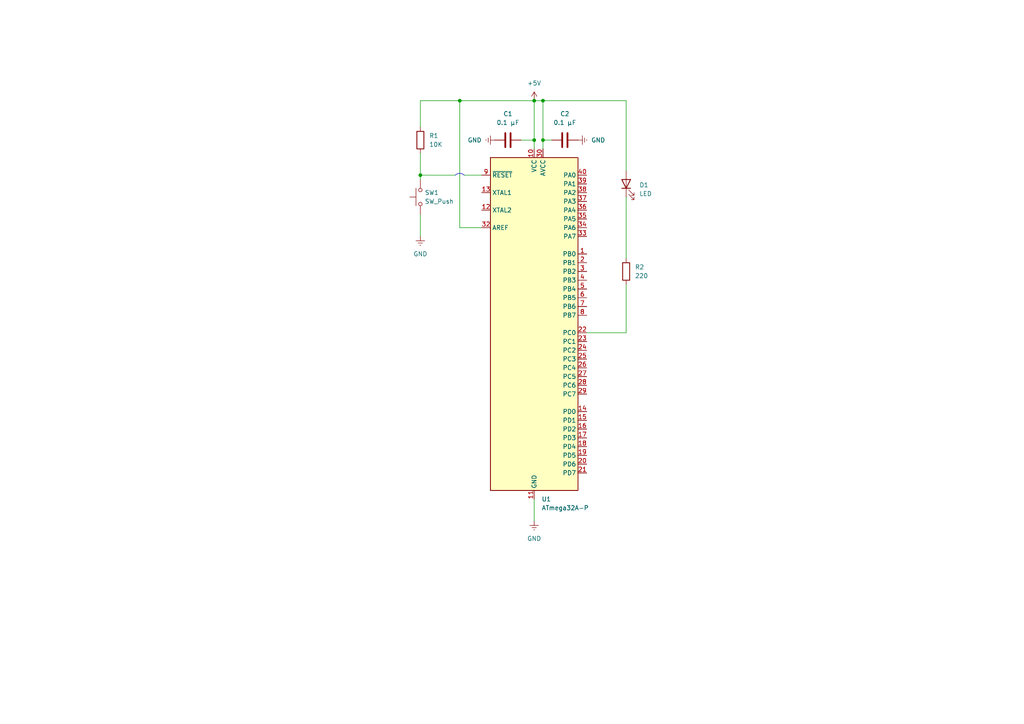
<source format=kicad_sch>
(kicad_sch (version 20250114) (generator "eeschema") (generator_version "9.0")
  (paper "A4")
  (title_block (title "Blink") (comment 1 "A single LED at PC0 which can blink programmatically."))
  (lib_symbols
    (symbol "Device:C" (pin_numbers (hide yes)) (pin_names (offset 0.254))
      (property "Reference" "C" (at 0.635 2.54 0))
      (property "Value" "C" (at 0.635 -2.54 0))
      (symbol "C_0_1"
        (polyline (pts (xy -2.032 0.762) (xy 2.032 0.762)) (stroke (width 0.508)))
        (polyline (pts (xy -2.032 -0.762) (xy 2.032 -0.762)) (stroke (width 0.508)))
      )
      (symbol "C_1_1"
        (pin passive line (at 0 3.81 270) (length 2.794) (name "~") (number "1"))
        (pin passive line (at 0 -3.81 90) (length 2.794) (name "~") (number "2"))
      )
    )
    (symbol "Device:LED" (pin_numbers (hide yes)) (pin_names (offset 1.016) (hide yes))
      (property "Reference" "D" (at 0 2.54 0))
      (property "Value" "LED" (at 0 -2.54 0))
      (symbol "LED_0_1"
        (polyline (pts (xy -3.048 -0.762) (xy -4.572 -2.286) (xy -3.81 -2.286) (xy -4.572 -2.286) (xy -4.572 -1.524)))
        (polyline (pts (xy -1.778 -0.762) (xy -3.302 -2.286) (xy -2.54 -2.286) (xy -3.302 -2.286) (xy -3.302 -1.524)))
        (polyline (pts (xy -1.27 0) (xy 1.27 0)))
        (polyline (pts (xy -1.27 -1.27) (xy -1.27 1.27)) (stroke (width 0.254)))
        (polyline (pts (xy 1.27 -1.27) (xy 1.27 1.27) (xy -1.27 0) (xy 1.27 -1.27)) (stroke (width 0.254)))
      )
      (symbol "LED_1_1"
        (pin passive line (at -3.81 0 0) (length 2.54) (name "K") (number "1"))
        (pin passive line (at 3.81 0 180) (length 2.54) (name "A") (number "2"))
      )
    )
    (symbol "Device:R" (pin_numbers (hide yes)) (pin_names (offset 0))
      (property "Reference" "R" (at 2.032 0 90))
      (property "Value" "R" (at 0 0 90))
      (symbol "R_0_1"
        (rectangle (start -1.016 -2.54) (end 1.016 2.54) (stroke (width 0.254)))
      )
      (symbol "R_1_1"
        (pin passive line (at 0 3.81 270) (length 1.27) (name "~") (number "1"))
        (pin passive line (at 0 -3.81 90) (length 1.27) (name "~") (number "2"))
      )
    )
    (symbol "MCU_Microchip_ATmega:ATmega32A-P"
      (property "Reference" "U" (at -12.7 49.53 0))
      (property "Value" "ATmega32A-P" (at 2.54 -49.53 0))
      (symbol "ATmega32A-P_0_1"
        (rectangle (start -12.7 -48.26) (end 12.7 48.26) (stroke (width 0.254)) (fill (type background)))
      )
      (symbol "ATmega32A-P_1_1"
        (pin input line (at -15.24 43.18 0) (length 2.54) (name "~{RESET}") (number "9"))
        (pin input line (at -15.24 38.1 0) (length 2.54) (name "XTAL1") (number "13"))
        (pin output line (at -15.24 33.02 0) (length 2.54) (name "XTAL2") (number "12"))
        (pin passive line (at -15.24 27.94 0) (length 2.54) (name "AREF") (number "32"))
        (pin power_in line (at 0 50.8 270) (length 2.54) (name "VCC") (number "10"))
        (pin power_in line (at 0 -50.8 90) (length 2.54) (name "GND") (number "11"))
        (pin passive line (at 0 -50.8 90) (length 2.54) (hide yes) (name "GND") (number "31"))
        (pin power_in line (at 2.54 50.8 270) (length 2.54) (name "AVCC") (number "30"))
        (pin bidirectional line (at 15.24 43.18 180) (length 2.54) (name "PA0") (number "40"))
        (pin bidirectional line (at 15.24 40.64 180) (length 2.54) (name "PA1") (number "39"))
        (pin bidirectional line (at 15.24 38.1 180) (length 2.54) (name "PA2") (number "38"))
        (pin bidirectional line (at 15.24 35.56 180) (length 2.54) (name "PA3") (number "37"))
        (pin bidirectional line (at 15.24 33.02 180) (length 2.54) (name "PA4") (number "36"))
        (pin bidirectional line (at 15.24 30.48 180) (length 2.54) (name "PA5") (number "35"))
        (pin bidirectional line (at 15.24 27.94 180) (length 2.54) (name "PA6") (number "34"))
        (pin bidirectional line (at 15.24 25.4 180) (length 2.54) (name "PA7") (number "33"))
        (pin bidirectional line (at 15.24 20.32 180) (length 2.54) (name "PB0") (number "1"))
        (pin bidirectional line (at 15.24 17.78 180) (length 2.54) (name "PB1") (number "2"))
        (pin bidirectional line (at 15.24 15.24 180) (length 2.54) (name "PB2") (number "3"))
        (pin bidirectional line (at 15.24 12.7 180) (length 2.54) (name "PB3") (number "4"))
        (pin bidirectional line (at 15.24 10.16 180) (length 2.54) (name "PB4") (number "5"))
        (pin bidirectional line (at 15.24 7.62 180) (length 2.54) (name "PB5") (number "6"))
        (pin bidirectional line (at 15.24 5.08 180) (length 2.54) (name "PB6") (number "7"))
        (pin bidirectional line (at 15.24 2.54 180) (length 2.54) (name "PB7") (number "8"))
        (pin bidirectional line (at 15.24 -2.54 180) (length 2.54) (name "PC0") (number "22"))
        (pin bidirectional line (at 15.24 -5.08 180) (length 2.54) (name "PC1") (number "23"))
        (pin bidirectional line (at 15.24 -7.62 180) (length 2.54) (name "PC2") (number "24"))
        (pin bidirectional line (at 15.24 -10.16 180) (length 2.54) (name "PC3") (number "25"))
        (pin bidirectional line (at 15.24 -12.7 180) (length 2.54) (name "PC4") (number "26"))
        (pin bidirectional line (at 15.24 -15.24 180) (length 2.54) (name "PC5") (number "27"))
        (pin bidirectional line (at 15.24 -17.78 180) (length 2.54) (name "PC6") (number "28"))
        (pin bidirectional line (at 15.24 -20.32 180) (length 2.54) (name "PC7") (number "29"))
        (pin bidirectional line (at 15.24 -25.4 180) (length 2.54) (name "PD0") (number "14"))
        (pin bidirectional line (at 15.24 -27.94 180) (length 2.54) (name "PD1") (number "15"))
        (pin bidirectional line (at 15.24 -30.48 180) (length 2.54) (name "PD2") (number "16"))
        (pin bidirectional line (at 15.24 -33.02 180) (length 2.54) (name "PD3") (number "17"))
        (pin bidirectional line (at 15.24 -35.56 180) (length 2.54) (name "PD4") (number "18"))
        (pin bidirectional line (at 15.24 -38.1 180) (length 2.54) (name "PD5") (number "19"))
        (pin bidirectional line (at 15.24 -40.64 180) (length 2.54) (name "PD6") (number "20"))
        (pin bidirectional line (at 15.24 -43.18 180) (length 2.54) (name "PD7") (number "21"))
      )
    )
    (symbol "Switch:SW_Push" (pin_numbers (hide yes)) (pin_names (offset 1.016) (hide yes))
      (property "Reference" "SW" (at 1.27 2.54 0))
      (property "Value" "SW_Push" (at 0 -1.524 0))
      (symbol "SW_Push_0_1"
        (circle (center -2.032 0) (radius 0.508))
        (polyline (pts (xy 0 1.27) (xy 0 3.048)))
        (circle (center 2.032 0) (radius 0.508))
        (polyline (pts (xy 2.54 1.27) (xy -2.54 1.27)))
        (pin passive line (at -5.08 0 0) (length 2.54) (name "1") (number "1"))
        (pin passive line (at 5.08 0 180) (length 2.54) (name "2") (number "2"))
      )
    )
    (symbol "power:+5V" (power) (pin_numbers (hide yes)) (pin_names (offset 0) (hide yes))
      (property "Value" "+5V" (at 0 3.556 0))
      (symbol "+5V_0_1"
        (polyline (pts (xy -0.762 1.27) (xy 0 2.54)))
        (polyline (pts (xy 0 2.54) (xy 0.762 1.27)))
        (polyline (pts (xy 0 0) (xy 0 2.54)))
      )
      (symbol "+5V_1_1"
        (pin power_in line (at 0 0 90) (length 0) (name "~") (number "1"))
      )
    )
    (symbol "power:GNDREF" (power) (pin_numbers (hide yes)) (pin_names (offset 0) (hide yes))
      (property "Value" "GNDREF" (at 0 -3.81 0))
      (symbol "GNDREF_0_1"
        (polyline (pts (xy -0.635 -1.905) (xy 0.635 -1.905)))
        (polyline (pts (xy -0.127 -2.54) (xy 0.127 -2.54)))
        (polyline (pts (xy 0 -1.27) (xy 0 0)))
        (polyline (pts (xy 1.27 -1.27) (xy -1.27 -1.27)))
      )
      (symbol "GNDREF_1_1"
        (pin power_in line (at 0 0 270) (length 0) (name "~") (number "1"))
      )
    )
  )
  (arc (start 132.08 50.8) (mid 133.35 50.2739) (end 134.62 50.8))
  (junction (at 154.94 40.64))
  (junction (at 121.92 50.8))
  (junction (at 154.94 29.21))
  (junction (at 133.35 29.21))
  (junction (at 157.48 29.21))
  (junction (at 157.48 40.64))
  (wire (pts (xy 134.62 50.8) (xy 139.7 50.8)))
  (wire (pts (xy 157.48 40.64) (xy 157.48 29.21)))
  (wire (pts (xy 154.94 29.21) (xy 154.94 40.64)))
  (wire (pts (xy 121.92 50.8) (xy 132.08 50.8)))
  (wire (pts (xy 170.18 96.52) (xy 181.61 96.52)))
  (wire (pts (xy 154.94 40.64) (xy 154.94 43.18)))
  (wire (pts (xy 121.92 50.8) (xy 121.92 52.07)))
  (wire (pts (xy 139.7 66.04) (xy 133.35 66.04)))
  (wire (pts (xy 133.35 29.21) (xy 154.94 29.21)))
  (wire (pts (xy 121.92 44.45) (xy 121.92 50.8)))
  (wire (pts (xy 121.92 29.21) (xy 133.35 29.21)))
  (wire (pts (xy 121.92 29.21) (xy 121.92 36.83)))
  (wire (pts (xy 157.48 43.18) (xy 157.48 40.64)))
  (wire (pts (xy 157.48 40.64) (xy 160.02 40.64)))
  (wire (pts (xy 157.48 29.21) (xy 154.94 29.21)))
  (wire (pts (xy 121.92 62.23) (xy 121.92 68.58)))
  (wire (pts (xy 181.61 29.21) (xy 181.61 49.53)))
  (wire (pts (xy 151.13 40.64) (xy 154.94 40.64)))
  (wire (pts (xy 133.35 29.21) (xy 133.35 66.04)))
  (wire (pts (xy 181.61 96.52) (xy 181.61 82.55)))
  (wire (pts (xy 157.48 29.21) (xy 181.61 29.21)))
  (wire (pts (xy 154.94 151.13) (xy 154.94 144.78)))
  (wire (pts (xy 181.61 57.15) (xy 181.61 74.93)))
  (symbol (lib_id "Device:R") (at 121.92 40.64 0) (unit 1)
    (property "Reference" "R1" (at 124.46 39.3699 0) (effects (justify left)))
    (property "Value" "10K" (at 124.46 41.9099 0) (effects (justify left)))
    (property "Description" "Resistor" (effects (hide yes)))
  )
  (symbol (lib_id "Device:C") (at 147.32 40.64 90) (unit 1)
    (property "Reference" "C1" (at 147.32 33.02 90))
    (property "Value" "0.1 µF" (at 147.32 35.56 90))
    (property "Description" "Unpolarized capacitor" (effects (hide yes)))
  )
  (symbol (lib_id "power:GNDREF") (at 143.51 40.64 270) (unit 1)
    (property "Reference" "#PWR05" (effects (hide yes)))
    (property "Value" "GND" (at 139.7 40.6399 90) (effects (justify right)))
    (property "Description" "Power symbol creates a global label with name \"GNDREF\" , reference supply ground" (effects (hide yes)))
  )
  (symbol (lib_id "power:GNDREF") (at 167.64 40.64 90) (unit 1)
    (property "Reference" "#PWR04" (effects (hide yes)))
    (property "Value" "GND" (at 171.45 40.6399 90) (effects (justify right)))
    (property "Description" "Power symbol creates a global label with name \"GNDREF\" , reference supply ground" (effects (hide yes)))
  )
  (symbol (lib_id "Device:LED") (at 181.61 53.34 90) (unit 1)
    (property "Reference" "D1" (at 185.42 53.6574 90) (effects (justify right)))
    (property "Value" "LED" (at 185.42 56.1974 90) (effects (justify right)))
    (property "Description" "Light emitting diode" (effects (hide yes)))
    (property "Sim.Pins" "1=K 2=A" (effects (hide yes)))
  )
  (symbol (lib_id "Device:R") (at 181.61 78.74 180) (unit 1)
    (property "Reference" "R2" (at 184.15 77.4699 0) (effects (justify right)))
    (property "Value" "220" (at 184.15 80.0099 0) (effects (justify right)))
    (property "Description" "Resistor" (effects (hide yes)))
  )
  (symbol (lib_id "power:GNDREF") (at 154.94 151.13 0) (unit 1)
    (property "Reference" "#PWR03" (effects (hide yes)))
    (property "Value" "GND" (at 154.94 156.21 0))
    (property "Description" "Power symbol creates a global label with name \"GNDREF\" , reference supply ground" (effects (hide yes)))
  )
  (symbol (lib_id "power:GNDREF") (at 121.92 68.58 0) (unit 1)
    (property "Reference" "#PWR01" (effects (hide yes)))
    (property "Value" "GND" (at 121.92 73.66 0))
    (property "Description" "Power symbol creates a global label with name \"GNDREF\" , reference supply ground" (effects (hide yes)))
  )
  (symbol (lib_id "power:+5V") (at 154.94 29.21 0) (unit 1)
    (property "Reference" "#PWR02" (effects (hide yes)))
    (property "Value" "+5V" (at 154.94 24.13 0))
    (property "Description" "Power symbol creates a global label with name \"+5V\"" (effects (hide yes)))
  )
  (symbol (lib_id "Device:C") (at 163.83 40.64 90) (unit 1)
    (property "Reference" "C2" (at 163.83 33.02 90))
    (property "Value" "0.1 µF" (at 163.83 35.56 90))
    (property "Description" "Unpolarized capacitor" (effects (hide yes)))
  )
  (symbol (lib_id "MCU_Microchip_ATmega:ATmega32A-P") (at 154.94 93.98 0) (unit 1)
    (property "Reference" "U1" (at 157.0833 144.78 0) (effects (justify left)))
    (property "Value" "ATmega32A-P" (at 157.0833 147.32 0) (effects (justify left)))
    (property "Footprint" "Package_DIP:DIP-40_W15.24mm" (effects (hide yes)))
    (property "Datasheet" "http://ww1.microchip.com/downloads/en/DeviceDoc/atmel-8155-8-bit-microcontroller-avr-atmega32a_datasheet.pdf" (effects (hide yes)))
    (property "Description" "16MHz, 32kB Flash, 2kB SRAM, 1kB EEPROM, JTAG, DIP-40" (effects (hide yes)))
  )
  (symbol (lib_id "Switch:SW_Push") (at 121.92 57.15 90) (unit 1)
    (property "Reference" "SW1" (at 123.19 55.8799 90) (effects (justify right)))
    (property "Value" "SW_Push" (at 123.19 58.4199 90) (effects (justify right)))
    (property "Description" "Push button switch, generic, two pins" (effects (hide yes)))
  )
)
</source>
